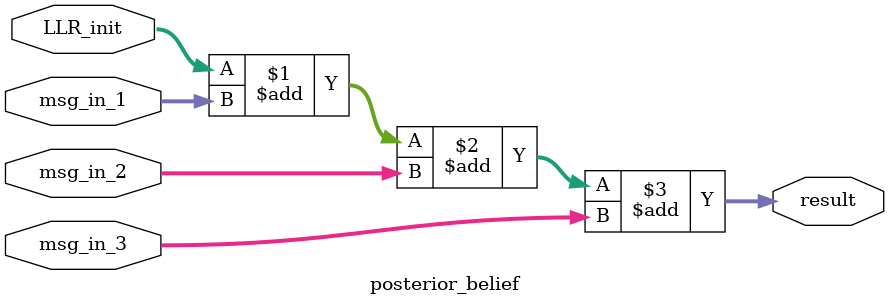
<source format=v>
module posterior_belief #(parameter WIDTH = 20)(
input [WIDTH-1:0] msg_in_1,
input [WIDTH-1:0] msg_in_2,
input [WIDTH-1:0] msg_in_3,
input [WIDTH-1:0] LLR_init,
output [WIDTH-1:0] result
);

assign result = LLR_init + msg_in_1 + msg_in_2 + msg_in_3;

endmodule

</source>
